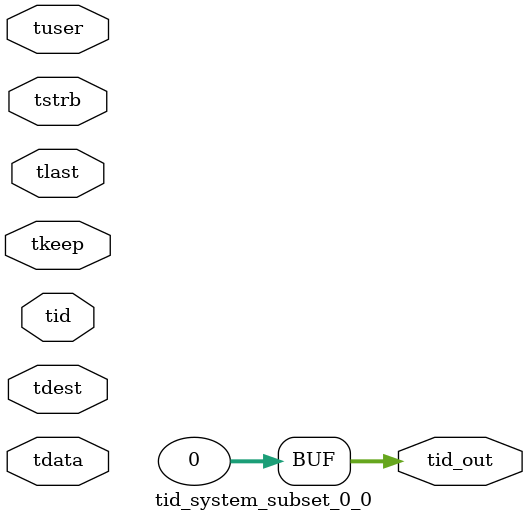
<source format=v>


`timescale 1ps/1ps

module tid_system_subset_0_0 #
(
parameter C_S_AXIS_TID_WIDTH   = 1,
parameter C_S_AXIS_TUSER_WIDTH = 0,
parameter C_S_AXIS_TDATA_WIDTH = 0,
parameter C_S_AXIS_TDEST_WIDTH = 0,
parameter C_M_AXIS_TID_WIDTH   = 32
)
(
input  [(C_S_AXIS_TID_WIDTH   == 0 ? 1 : C_S_AXIS_TID_WIDTH)-1:0       ] tid,
input  [(C_S_AXIS_TDATA_WIDTH == 0 ? 1 : C_S_AXIS_TDATA_WIDTH)-1:0     ] tdata,
input  [(C_S_AXIS_TUSER_WIDTH == 0 ? 1 : C_S_AXIS_TUSER_WIDTH)-1:0     ] tuser,
input  [(C_S_AXIS_TDEST_WIDTH == 0 ? 1 : C_S_AXIS_TDEST_WIDTH)-1:0     ] tdest,
input  [(C_S_AXIS_TDATA_WIDTH/8)-1:0 ] tkeep,
input  [(C_S_AXIS_TDATA_WIDTH/8)-1:0 ] tstrb,
input                                                                    tlast,
output [(C_M_AXIS_TID_WIDTH   == 0 ? 1 : C_M_AXIS_TID_WIDTH)-1:0       ] tid_out
);

assign tid_out = {1'b0};

endmodule


</source>
